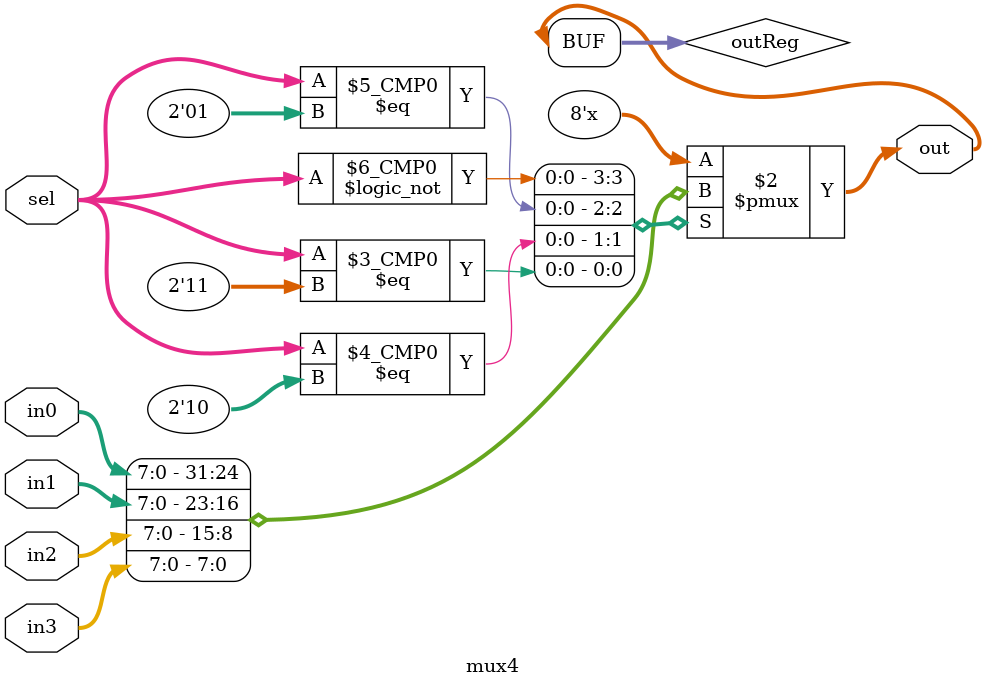
<source format=v>
module mux4#(parameter DATA_SIZE = 8)
       (input [DATA_SIZE-1:0] in0, input [DATA_SIZE-1:0] in1, input [DATA_SIZE-1:0] in2, input [DATA_SIZE-1:0] in3, input [1:0] sel, output [DATA_SIZE-1:0] out);
    reg [DATA_SIZE-1:0] outReg;
    
    assign out = outReg;
    
    always @* begin
        case (sel)
            0: outReg = in0;
            1: outReg = in1;
            2: outReg = in2;
            3: outReg = in3;
        endcase
    end
endmodule

</source>
